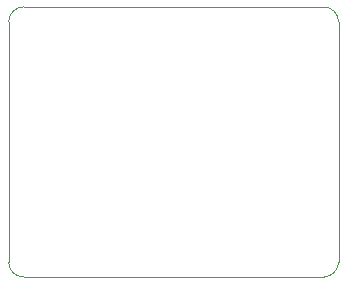
<source format=gbr>
G04 #@! TF.GenerationSoftware,KiCad,Pcbnew,5.1.4-e60b266~84~ubuntu18.04.1*
G04 #@! TF.CreationDate,2019-11-06T14:59:00-05:00*
G04 #@! TF.ProjectId,HRSensorDevBoard,48525365-6e73-46f7-9244-6576426f6172,rev?*
G04 #@! TF.SameCoordinates,Original*
G04 #@! TF.FileFunction,Profile,NP*
%FSLAX46Y46*%
G04 Gerber Fmt 4.6, Leading zero omitted, Abs format (unit mm)*
G04 Created by KiCad (PCBNEW 5.1.4-e60b266~84~ubuntu18.04.1) date 2019-11-06 14:59:00*
%MOMM*%
%LPD*%
G04 APERTURE LIST*
%ADD10C,0.050000*%
G04 APERTURE END LIST*
D10*
X24130000Y19050000D02*
G75*
G02X25400000Y17780000I0J-1270000D01*
G01*
X-2540000Y17780000D02*
G75*
G02X-1270000Y19050000I1270000J0D01*
G01*
X-1270000Y-3810000D02*
G75*
G02X-2540000Y-2540000I0J1270000D01*
G01*
X25400000Y-2540000D02*
G75*
G02X24130000Y-3810000I-1270000J0D01*
G01*
X25400000Y17780000D02*
X25400000Y17780000D01*
X25400000Y17780000D02*
X25400000Y-2540000D01*
X-2540000Y-2540000D02*
X-2540000Y17780000D01*
X24130000Y-3810000D02*
X-1270000Y-3810000D01*
X-1270000Y19050000D02*
X24130000Y19050000D01*
M02*

</source>
